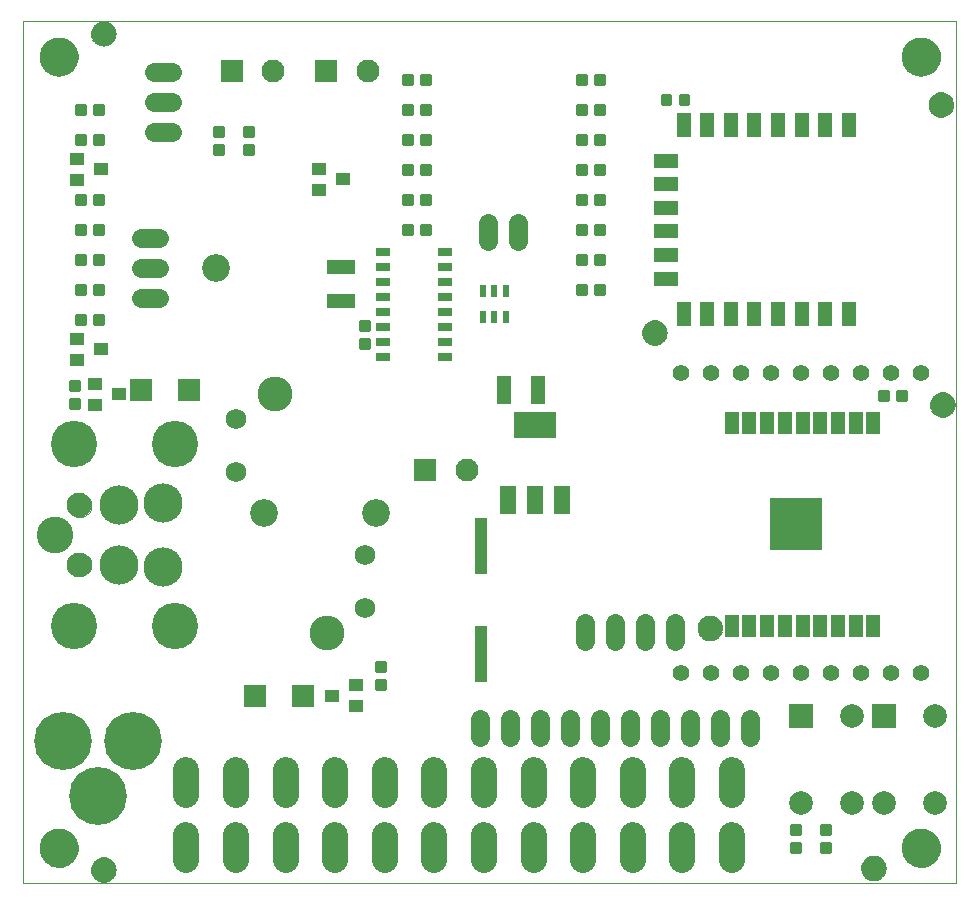
<source format=gts>
G75*
%MOIN*%
%OFA0B0*%
%FSLAX24Y24*%
%IPPOS*%
%LPD*%
%AMOC8*
5,1,8,0,0,1.08239X$1,22.5*
%
%ADD10C,0.0000*%
%ADD11C,0.1300*%
%ADD12R,0.0768X0.0768*%
%ADD13C,0.0768*%
%ADD14C,0.0634*%
%ADD15C,0.0867*%
%ADD16R,0.0540X0.0940*%
%ADD17R,0.1440X0.0890*%
%ADD18R,0.0490X0.0940*%
%ADD19R,0.0434X0.1890*%
%ADD20R,0.0512X0.0276*%
%ADD21C,0.0097*%
%ADD22R,0.0237X0.0434*%
%ADD23R,0.0790X0.0790*%
%ADD24C,0.0790*%
%ADD25C,0.0640*%
%ADD26C,0.1930*%
%ADD27C,0.0926*%
%ADD28C,0.0690*%
%ADD29C,0.1162*%
%ADD30R,0.0749X0.0737*%
%ADD31R,0.0512X0.0827*%
%ADD32R,0.0827X0.0512*%
%ADD33R,0.0940X0.0490*%
%ADD34R,0.0473X0.0768*%
%ADD35R,0.1733X0.1733*%
%ADD36C,0.0050*%
%ADD37R,0.0490X0.0440*%
%ADD38C,0.0555*%
%ADD39C,0.1306*%
%ADD40C,0.1221*%
%ADD41C,0.1542*%
%ADD42C,0.0827*%
D10*
X001306Y002003D02*
X001306Y030743D01*
X032408Y030743D01*
X032408Y002003D01*
X001306Y002003D01*
X001857Y003184D02*
X001859Y003234D01*
X001865Y003284D01*
X001875Y003333D01*
X001889Y003381D01*
X001906Y003428D01*
X001927Y003473D01*
X001952Y003517D01*
X001980Y003558D01*
X002012Y003597D01*
X002046Y003634D01*
X002083Y003668D01*
X002123Y003698D01*
X002165Y003725D01*
X002209Y003749D01*
X002255Y003770D01*
X002302Y003786D01*
X002350Y003799D01*
X002400Y003808D01*
X002449Y003813D01*
X002500Y003814D01*
X002550Y003811D01*
X002599Y003804D01*
X002648Y003793D01*
X002696Y003778D01*
X002742Y003760D01*
X002787Y003738D01*
X002830Y003712D01*
X002871Y003683D01*
X002910Y003651D01*
X002946Y003616D01*
X002978Y003578D01*
X003008Y003538D01*
X003035Y003495D01*
X003058Y003451D01*
X003077Y003405D01*
X003093Y003357D01*
X003105Y003308D01*
X003113Y003259D01*
X003117Y003209D01*
X003117Y003159D01*
X003113Y003109D01*
X003105Y003060D01*
X003093Y003011D01*
X003077Y002963D01*
X003058Y002917D01*
X003035Y002873D01*
X003008Y002830D01*
X002978Y002790D01*
X002946Y002752D01*
X002910Y002717D01*
X002871Y002685D01*
X002830Y002656D01*
X002787Y002630D01*
X002742Y002608D01*
X002696Y002590D01*
X002648Y002575D01*
X002599Y002564D01*
X002550Y002557D01*
X002500Y002554D01*
X002449Y002555D01*
X002400Y002560D01*
X002350Y002569D01*
X002302Y002582D01*
X002255Y002598D01*
X002209Y002619D01*
X002165Y002643D01*
X002123Y002670D01*
X002083Y002700D01*
X002046Y002734D01*
X002012Y002771D01*
X001980Y002810D01*
X001952Y002851D01*
X001927Y002895D01*
X001906Y002940D01*
X001889Y002987D01*
X001875Y003035D01*
X001865Y003084D01*
X001859Y003134D01*
X001857Y003184D01*
X002782Y012633D02*
X002784Y012672D01*
X002790Y012711D01*
X002800Y012749D01*
X002813Y012786D01*
X002830Y012821D01*
X002850Y012855D01*
X002874Y012886D01*
X002901Y012915D01*
X002930Y012941D01*
X002962Y012964D01*
X002996Y012984D01*
X003032Y013000D01*
X003069Y013012D01*
X003108Y013021D01*
X003147Y013026D01*
X003186Y013027D01*
X003225Y013024D01*
X003264Y013017D01*
X003301Y013006D01*
X003338Y012992D01*
X003373Y012974D01*
X003406Y012953D01*
X003437Y012928D01*
X003465Y012901D01*
X003490Y012871D01*
X003512Y012838D01*
X003531Y012804D01*
X003546Y012768D01*
X003558Y012730D01*
X003566Y012692D01*
X003570Y012653D01*
X003570Y012613D01*
X003566Y012574D01*
X003558Y012536D01*
X003546Y012498D01*
X003531Y012462D01*
X003512Y012428D01*
X003490Y012395D01*
X003465Y012365D01*
X003437Y012338D01*
X003406Y012313D01*
X003373Y012292D01*
X003338Y012274D01*
X003301Y012260D01*
X003264Y012249D01*
X003225Y012242D01*
X003186Y012239D01*
X003147Y012240D01*
X003108Y012245D01*
X003069Y012254D01*
X003032Y012266D01*
X002996Y012282D01*
X002962Y012302D01*
X002930Y012325D01*
X002901Y012351D01*
X002874Y012380D01*
X002850Y012411D01*
X002830Y012445D01*
X002813Y012480D01*
X002800Y012517D01*
X002790Y012555D01*
X002784Y012594D01*
X002782Y012633D01*
X002782Y014602D02*
X002784Y014641D01*
X002790Y014680D01*
X002800Y014718D01*
X002813Y014755D01*
X002830Y014790D01*
X002850Y014824D01*
X002874Y014855D01*
X002901Y014884D01*
X002930Y014910D01*
X002962Y014933D01*
X002996Y014953D01*
X003032Y014969D01*
X003069Y014981D01*
X003108Y014990D01*
X003147Y014995D01*
X003186Y014996D01*
X003225Y014993D01*
X003264Y014986D01*
X003301Y014975D01*
X003338Y014961D01*
X003373Y014943D01*
X003406Y014922D01*
X003437Y014897D01*
X003465Y014870D01*
X003490Y014840D01*
X003512Y014807D01*
X003531Y014773D01*
X003546Y014737D01*
X003558Y014699D01*
X003566Y014661D01*
X003570Y014622D01*
X003570Y014582D01*
X003566Y014543D01*
X003558Y014505D01*
X003546Y014467D01*
X003531Y014431D01*
X003512Y014397D01*
X003490Y014364D01*
X003465Y014334D01*
X003437Y014307D01*
X003406Y014282D01*
X003373Y014261D01*
X003338Y014243D01*
X003301Y014229D01*
X003264Y014218D01*
X003225Y014211D01*
X003186Y014208D01*
X003147Y014209D01*
X003108Y014214D01*
X003069Y014223D01*
X003032Y014235D01*
X002996Y014251D01*
X002962Y014271D01*
X002930Y014294D01*
X002901Y014320D01*
X002874Y014349D01*
X002850Y014380D01*
X002830Y014414D01*
X002813Y014449D01*
X002800Y014486D01*
X002790Y014524D01*
X002784Y014563D01*
X002782Y014602D01*
X001857Y029562D02*
X001859Y029612D01*
X001865Y029662D01*
X001875Y029711D01*
X001889Y029759D01*
X001906Y029806D01*
X001927Y029851D01*
X001952Y029895D01*
X001980Y029936D01*
X002012Y029975D01*
X002046Y030012D01*
X002083Y030046D01*
X002123Y030076D01*
X002165Y030103D01*
X002209Y030127D01*
X002255Y030148D01*
X002302Y030164D01*
X002350Y030177D01*
X002400Y030186D01*
X002449Y030191D01*
X002500Y030192D01*
X002550Y030189D01*
X002599Y030182D01*
X002648Y030171D01*
X002696Y030156D01*
X002742Y030138D01*
X002787Y030116D01*
X002830Y030090D01*
X002871Y030061D01*
X002910Y030029D01*
X002946Y029994D01*
X002978Y029956D01*
X003008Y029916D01*
X003035Y029873D01*
X003058Y029829D01*
X003077Y029783D01*
X003093Y029735D01*
X003105Y029686D01*
X003113Y029637D01*
X003117Y029587D01*
X003117Y029537D01*
X003113Y029487D01*
X003105Y029438D01*
X003093Y029389D01*
X003077Y029341D01*
X003058Y029295D01*
X003035Y029251D01*
X003008Y029208D01*
X002978Y029168D01*
X002946Y029130D01*
X002910Y029095D01*
X002871Y029063D01*
X002830Y029034D01*
X002787Y029008D01*
X002742Y028986D01*
X002696Y028968D01*
X002648Y028953D01*
X002599Y028942D01*
X002550Y028935D01*
X002500Y028932D01*
X002449Y028933D01*
X002400Y028938D01*
X002350Y028947D01*
X002302Y028960D01*
X002255Y028976D01*
X002209Y028997D01*
X002165Y029021D01*
X002123Y029048D01*
X002083Y029078D01*
X002046Y029112D01*
X002012Y029149D01*
X001980Y029188D01*
X001952Y029229D01*
X001927Y029273D01*
X001906Y029318D01*
X001889Y029365D01*
X001875Y029413D01*
X001865Y029462D01*
X001859Y029512D01*
X001857Y029562D01*
X030597Y029562D02*
X030599Y029612D01*
X030605Y029662D01*
X030615Y029711D01*
X030629Y029759D01*
X030646Y029806D01*
X030667Y029851D01*
X030692Y029895D01*
X030720Y029936D01*
X030752Y029975D01*
X030786Y030012D01*
X030823Y030046D01*
X030863Y030076D01*
X030905Y030103D01*
X030949Y030127D01*
X030995Y030148D01*
X031042Y030164D01*
X031090Y030177D01*
X031140Y030186D01*
X031189Y030191D01*
X031240Y030192D01*
X031290Y030189D01*
X031339Y030182D01*
X031388Y030171D01*
X031436Y030156D01*
X031482Y030138D01*
X031527Y030116D01*
X031570Y030090D01*
X031611Y030061D01*
X031650Y030029D01*
X031686Y029994D01*
X031718Y029956D01*
X031748Y029916D01*
X031775Y029873D01*
X031798Y029829D01*
X031817Y029783D01*
X031833Y029735D01*
X031845Y029686D01*
X031853Y029637D01*
X031857Y029587D01*
X031857Y029537D01*
X031853Y029487D01*
X031845Y029438D01*
X031833Y029389D01*
X031817Y029341D01*
X031798Y029295D01*
X031775Y029251D01*
X031748Y029208D01*
X031718Y029168D01*
X031686Y029130D01*
X031650Y029095D01*
X031611Y029063D01*
X031570Y029034D01*
X031527Y029008D01*
X031482Y028986D01*
X031436Y028968D01*
X031388Y028953D01*
X031339Y028942D01*
X031290Y028935D01*
X031240Y028932D01*
X031189Y028933D01*
X031140Y028938D01*
X031090Y028947D01*
X031042Y028960D01*
X030995Y028976D01*
X030949Y028997D01*
X030905Y029021D01*
X030863Y029048D01*
X030823Y029078D01*
X030786Y029112D01*
X030752Y029149D01*
X030720Y029188D01*
X030692Y029229D01*
X030667Y029273D01*
X030646Y029318D01*
X030629Y029365D01*
X030615Y029413D01*
X030605Y029462D01*
X030599Y029512D01*
X030597Y029562D01*
X030597Y003184D02*
X030599Y003234D01*
X030605Y003284D01*
X030615Y003333D01*
X030629Y003381D01*
X030646Y003428D01*
X030667Y003473D01*
X030692Y003517D01*
X030720Y003558D01*
X030752Y003597D01*
X030786Y003634D01*
X030823Y003668D01*
X030863Y003698D01*
X030905Y003725D01*
X030949Y003749D01*
X030995Y003770D01*
X031042Y003786D01*
X031090Y003799D01*
X031140Y003808D01*
X031189Y003813D01*
X031240Y003814D01*
X031290Y003811D01*
X031339Y003804D01*
X031388Y003793D01*
X031436Y003778D01*
X031482Y003760D01*
X031527Y003738D01*
X031570Y003712D01*
X031611Y003683D01*
X031650Y003651D01*
X031686Y003616D01*
X031718Y003578D01*
X031748Y003538D01*
X031775Y003495D01*
X031798Y003451D01*
X031817Y003405D01*
X031833Y003357D01*
X031845Y003308D01*
X031853Y003259D01*
X031857Y003209D01*
X031857Y003159D01*
X031853Y003109D01*
X031845Y003060D01*
X031833Y003011D01*
X031817Y002963D01*
X031798Y002917D01*
X031775Y002873D01*
X031748Y002830D01*
X031718Y002790D01*
X031686Y002752D01*
X031650Y002717D01*
X031611Y002685D01*
X031570Y002656D01*
X031527Y002630D01*
X031482Y002608D01*
X031436Y002590D01*
X031388Y002575D01*
X031339Y002564D01*
X031290Y002557D01*
X031240Y002554D01*
X031189Y002555D01*
X031140Y002560D01*
X031090Y002569D01*
X031042Y002582D01*
X030995Y002598D01*
X030949Y002619D01*
X030905Y002643D01*
X030863Y002670D01*
X030823Y002700D01*
X030786Y002734D01*
X030752Y002771D01*
X030720Y002810D01*
X030692Y002851D01*
X030667Y002895D01*
X030646Y002940D01*
X030629Y002987D01*
X030615Y003035D01*
X030605Y003084D01*
X030599Y003134D01*
X030597Y003184D01*
D11*
X031227Y003184D03*
X031227Y029562D03*
X002487Y029562D03*
X002487Y003184D03*
D12*
X014702Y015771D03*
X011408Y029082D03*
X008258Y029082D03*
D13*
X009636Y029082D03*
X012786Y029082D03*
X016080Y015771D03*
D14*
X006259Y027061D02*
X005666Y027061D01*
X005666Y028061D02*
X006259Y028061D01*
X006259Y029061D02*
X005666Y029061D01*
D15*
X006743Y005792D02*
X006743Y004965D01*
X006743Y003626D02*
X006743Y002800D01*
X008396Y002800D02*
X008396Y003626D01*
X008396Y004965D02*
X008396Y005792D01*
X010050Y005792D02*
X010050Y004965D01*
X010050Y003626D02*
X010050Y002800D01*
X011703Y002800D02*
X011703Y003626D01*
X011703Y004965D02*
X011703Y005792D01*
X013357Y005792D02*
X013357Y004965D01*
X013357Y003626D02*
X013357Y002800D01*
X015011Y002800D02*
X015011Y003626D01*
X015011Y004965D02*
X015011Y005792D01*
X016664Y005792D02*
X016664Y004965D01*
X016664Y003626D02*
X016664Y002800D01*
X018318Y002800D02*
X018318Y003626D01*
X018318Y004965D02*
X018318Y005792D01*
X019971Y005792D02*
X019971Y004965D01*
X019971Y003626D02*
X019971Y002800D01*
X021625Y002800D02*
X021625Y003626D01*
X021625Y004965D02*
X021625Y005792D01*
X023278Y005792D02*
X023278Y004965D01*
X023278Y003626D02*
X023278Y002800D01*
X024932Y002800D02*
X024932Y003626D01*
X024932Y004965D02*
X024932Y005792D01*
D16*
X019277Y014775D03*
X018377Y014775D03*
X017477Y014775D03*
D17*
X018377Y017275D03*
D18*
X018462Y018437D03*
X017312Y018437D03*
D19*
X016552Y013245D03*
X016552Y009663D03*
D20*
X015347Y019560D03*
X015347Y020060D03*
X015347Y020560D03*
X015347Y021060D03*
X015347Y021560D03*
X015347Y022060D03*
X015347Y022560D03*
X015347Y023060D03*
X013300Y023060D03*
X013300Y022560D03*
X013300Y022060D03*
X013300Y021560D03*
X013300Y021060D03*
X013300Y020560D03*
X013300Y020060D03*
X013300Y019560D03*
D21*
X012813Y019861D02*
X012813Y020153D01*
X012813Y019861D02*
X012521Y019861D01*
X012521Y020153D01*
X012813Y020153D01*
X012813Y019958D02*
X012521Y019958D01*
X012521Y020055D02*
X012813Y020055D01*
X012813Y020152D02*
X012521Y020152D01*
X012813Y020461D02*
X012813Y020753D01*
X012813Y020461D02*
X012521Y020461D01*
X012521Y020753D01*
X012813Y020753D01*
X012813Y020558D02*
X012521Y020558D01*
X012521Y020655D02*
X012813Y020655D01*
X012813Y020752D02*
X012521Y020752D01*
X013960Y023657D02*
X014252Y023657D01*
X013960Y023657D02*
X013960Y023949D01*
X014252Y023949D01*
X014252Y023657D01*
X014252Y023754D02*
X013960Y023754D01*
X013960Y023851D02*
X014252Y023851D01*
X014252Y023948D02*
X013960Y023948D01*
X014560Y023657D02*
X014852Y023657D01*
X014560Y023657D02*
X014560Y023949D01*
X014852Y023949D01*
X014852Y023657D01*
X014852Y023754D02*
X014560Y023754D01*
X014560Y023851D02*
X014852Y023851D01*
X014852Y023948D02*
X014560Y023948D01*
X014560Y024949D02*
X014852Y024949D01*
X014852Y024657D01*
X014560Y024657D01*
X014560Y024949D01*
X014560Y024754D02*
X014852Y024754D01*
X014852Y024851D02*
X014560Y024851D01*
X014560Y024948D02*
X014852Y024948D01*
X014252Y024949D02*
X013960Y024949D01*
X014252Y024949D02*
X014252Y024657D01*
X013960Y024657D01*
X013960Y024949D01*
X013960Y024754D02*
X014252Y024754D01*
X014252Y024851D02*
X013960Y024851D01*
X013960Y024948D02*
X014252Y024948D01*
X014252Y025657D02*
X013960Y025657D01*
X013960Y025949D01*
X014252Y025949D01*
X014252Y025657D01*
X014252Y025754D02*
X013960Y025754D01*
X013960Y025851D02*
X014252Y025851D01*
X014252Y025948D02*
X013960Y025948D01*
X014560Y025657D02*
X014852Y025657D01*
X014560Y025657D02*
X014560Y025949D01*
X014852Y025949D01*
X014852Y025657D01*
X014852Y025754D02*
X014560Y025754D01*
X014560Y025851D02*
X014852Y025851D01*
X014852Y025948D02*
X014560Y025948D01*
X014560Y026657D02*
X014852Y026657D01*
X014560Y026657D02*
X014560Y026949D01*
X014852Y026949D01*
X014852Y026657D01*
X014852Y026754D02*
X014560Y026754D01*
X014560Y026851D02*
X014852Y026851D01*
X014852Y026948D02*
X014560Y026948D01*
X014252Y026657D02*
X013960Y026657D01*
X013960Y026949D01*
X014252Y026949D01*
X014252Y026657D01*
X014252Y026754D02*
X013960Y026754D01*
X013960Y026851D02*
X014252Y026851D01*
X014252Y026948D02*
X013960Y026948D01*
X013960Y027949D02*
X014252Y027949D01*
X014252Y027657D01*
X013960Y027657D01*
X013960Y027949D01*
X013960Y027754D02*
X014252Y027754D01*
X014252Y027851D02*
X013960Y027851D01*
X013960Y027948D02*
X014252Y027948D01*
X014560Y027949D02*
X014852Y027949D01*
X014852Y027657D01*
X014560Y027657D01*
X014560Y027949D01*
X014560Y027754D02*
X014852Y027754D01*
X014852Y027851D02*
X014560Y027851D01*
X014560Y027948D02*
X014852Y027948D01*
X014852Y028657D02*
X014560Y028657D01*
X014560Y028949D01*
X014852Y028949D01*
X014852Y028657D01*
X014852Y028754D02*
X014560Y028754D01*
X014560Y028851D02*
X014852Y028851D01*
X014852Y028948D02*
X014560Y028948D01*
X014252Y028657D02*
X013960Y028657D01*
X013960Y028949D01*
X014252Y028949D01*
X014252Y028657D01*
X014252Y028754D02*
X013960Y028754D01*
X013960Y028851D02*
X014252Y028851D01*
X014252Y028948D02*
X013960Y028948D01*
X008660Y027209D02*
X008660Y026917D01*
X008660Y027209D02*
X008952Y027209D01*
X008952Y026917D01*
X008660Y026917D01*
X008660Y027014D02*
X008952Y027014D01*
X008952Y027111D02*
X008660Y027111D01*
X008660Y027208D02*
X008952Y027208D01*
X008660Y026609D02*
X008660Y026317D01*
X008660Y026609D02*
X008952Y026609D01*
X008952Y026317D01*
X008660Y026317D01*
X008660Y026414D02*
X008952Y026414D01*
X008952Y026511D02*
X008660Y026511D01*
X008660Y026608D02*
X008952Y026608D01*
X007952Y026609D02*
X007952Y026317D01*
X007660Y026317D01*
X007660Y026609D01*
X007952Y026609D01*
X007952Y026414D02*
X007660Y026414D01*
X007660Y026511D02*
X007952Y026511D01*
X007952Y026608D02*
X007660Y026608D01*
X007952Y026917D02*
X007952Y027209D01*
X007952Y026917D02*
X007660Y026917D01*
X007660Y027209D01*
X007952Y027209D01*
X007952Y027014D02*
X007660Y027014D01*
X007660Y027111D02*
X007952Y027111D01*
X007952Y027208D02*
X007660Y027208D01*
X003952Y026657D02*
X003660Y026657D01*
X003660Y026949D01*
X003952Y026949D01*
X003952Y026657D01*
X003952Y026754D02*
X003660Y026754D01*
X003660Y026851D02*
X003952Y026851D01*
X003952Y026948D02*
X003660Y026948D01*
X003352Y026657D02*
X003060Y026657D01*
X003060Y026949D01*
X003352Y026949D01*
X003352Y026657D01*
X003352Y026754D02*
X003060Y026754D01*
X003060Y026851D02*
X003352Y026851D01*
X003352Y026948D02*
X003060Y026948D01*
X003060Y027657D02*
X003352Y027657D01*
X003060Y027657D02*
X003060Y027949D01*
X003352Y027949D01*
X003352Y027657D01*
X003352Y027754D02*
X003060Y027754D01*
X003060Y027851D02*
X003352Y027851D01*
X003352Y027948D02*
X003060Y027948D01*
X003660Y027657D02*
X003952Y027657D01*
X003660Y027657D02*
X003660Y027949D01*
X003952Y027949D01*
X003952Y027657D01*
X003952Y027754D02*
X003660Y027754D01*
X003660Y027851D02*
X003952Y027851D01*
X003952Y027948D02*
X003660Y027948D01*
X003660Y024657D02*
X003952Y024657D01*
X003660Y024657D02*
X003660Y024949D01*
X003952Y024949D01*
X003952Y024657D01*
X003952Y024754D02*
X003660Y024754D01*
X003660Y024851D02*
X003952Y024851D01*
X003952Y024948D02*
X003660Y024948D01*
X003352Y024657D02*
X003060Y024657D01*
X003060Y024949D01*
X003352Y024949D01*
X003352Y024657D01*
X003352Y024754D02*
X003060Y024754D01*
X003060Y024851D02*
X003352Y024851D01*
X003352Y024948D02*
X003060Y024948D01*
X003060Y023657D02*
X003352Y023657D01*
X003060Y023657D02*
X003060Y023949D01*
X003352Y023949D01*
X003352Y023657D01*
X003352Y023754D02*
X003060Y023754D01*
X003060Y023851D02*
X003352Y023851D01*
X003352Y023948D02*
X003060Y023948D01*
X003660Y023657D02*
X003952Y023657D01*
X003660Y023657D02*
X003660Y023949D01*
X003952Y023949D01*
X003952Y023657D01*
X003952Y023754D02*
X003660Y023754D01*
X003660Y023851D02*
X003952Y023851D01*
X003952Y023948D02*
X003660Y023948D01*
X003660Y022657D02*
X003952Y022657D01*
X003660Y022657D02*
X003660Y022949D01*
X003952Y022949D01*
X003952Y022657D01*
X003952Y022754D02*
X003660Y022754D01*
X003660Y022851D02*
X003952Y022851D01*
X003952Y022948D02*
X003660Y022948D01*
X003352Y022657D02*
X003060Y022657D01*
X003060Y022949D01*
X003352Y022949D01*
X003352Y022657D01*
X003352Y022754D02*
X003060Y022754D01*
X003060Y022851D02*
X003352Y022851D01*
X003352Y022948D02*
X003060Y022948D01*
X003060Y021657D02*
X003352Y021657D01*
X003060Y021657D02*
X003060Y021949D01*
X003352Y021949D01*
X003352Y021657D01*
X003352Y021754D02*
X003060Y021754D01*
X003060Y021851D02*
X003352Y021851D01*
X003352Y021948D02*
X003060Y021948D01*
X003660Y021657D02*
X003952Y021657D01*
X003660Y021657D02*
X003660Y021949D01*
X003952Y021949D01*
X003952Y021657D01*
X003952Y021754D02*
X003660Y021754D01*
X003660Y021851D02*
X003952Y021851D01*
X003952Y021948D02*
X003660Y021948D01*
X003660Y020657D02*
X003952Y020657D01*
X003660Y020657D02*
X003660Y020949D01*
X003952Y020949D01*
X003952Y020657D01*
X003952Y020754D02*
X003660Y020754D01*
X003660Y020851D02*
X003952Y020851D01*
X003952Y020948D02*
X003660Y020948D01*
X003352Y020657D02*
X003060Y020657D01*
X003060Y020949D01*
X003352Y020949D01*
X003352Y020657D01*
X003352Y020754D02*
X003060Y020754D01*
X003060Y020851D02*
X003352Y020851D01*
X003352Y020948D02*
X003060Y020948D01*
X002860Y018749D02*
X002860Y018457D01*
X002860Y018749D02*
X003152Y018749D01*
X003152Y018457D01*
X002860Y018457D01*
X002860Y018554D02*
X003152Y018554D01*
X003152Y018651D02*
X002860Y018651D01*
X002860Y018748D02*
X003152Y018748D01*
X002860Y018149D02*
X002860Y017857D01*
X002860Y018149D02*
X003152Y018149D01*
X003152Y017857D01*
X002860Y017857D01*
X002860Y017954D02*
X003152Y017954D01*
X003152Y018051D02*
X002860Y018051D01*
X002860Y018148D02*
X003152Y018148D01*
X013362Y009369D02*
X013362Y009077D01*
X013070Y009077D01*
X013070Y009369D01*
X013362Y009369D01*
X013362Y009174D02*
X013070Y009174D01*
X013070Y009271D02*
X013362Y009271D01*
X013362Y009368D02*
X013070Y009368D01*
X013362Y008769D02*
X013362Y008477D01*
X013070Y008477D01*
X013070Y008769D01*
X013362Y008769D01*
X013362Y008574D02*
X013070Y008574D01*
X013070Y008671D02*
X013362Y008671D01*
X013362Y008768D02*
X013070Y008768D01*
X019760Y021657D02*
X020052Y021657D01*
X019760Y021657D02*
X019760Y021949D01*
X020052Y021949D01*
X020052Y021657D01*
X020052Y021754D02*
X019760Y021754D01*
X019760Y021851D02*
X020052Y021851D01*
X020052Y021948D02*
X019760Y021948D01*
X020360Y021657D02*
X020652Y021657D01*
X020360Y021657D02*
X020360Y021949D01*
X020652Y021949D01*
X020652Y021657D01*
X020652Y021754D02*
X020360Y021754D01*
X020360Y021851D02*
X020652Y021851D01*
X020652Y021948D02*
X020360Y021948D01*
X020360Y022657D02*
X020652Y022657D01*
X020360Y022657D02*
X020360Y022949D01*
X020652Y022949D01*
X020652Y022657D01*
X020652Y022754D02*
X020360Y022754D01*
X020360Y022851D02*
X020652Y022851D01*
X020652Y022948D02*
X020360Y022948D01*
X020052Y022657D02*
X019760Y022657D01*
X019760Y022949D01*
X020052Y022949D01*
X020052Y022657D01*
X020052Y022754D02*
X019760Y022754D01*
X019760Y022851D02*
X020052Y022851D01*
X020052Y022948D02*
X019760Y022948D01*
X019760Y023949D02*
X020052Y023949D01*
X020052Y023657D01*
X019760Y023657D01*
X019760Y023949D01*
X019760Y023754D02*
X020052Y023754D01*
X020052Y023851D02*
X019760Y023851D01*
X019760Y023948D02*
X020052Y023948D01*
X020360Y023949D02*
X020652Y023949D01*
X020652Y023657D01*
X020360Y023657D01*
X020360Y023949D01*
X020360Y023754D02*
X020652Y023754D01*
X020652Y023851D02*
X020360Y023851D01*
X020360Y023948D02*
X020652Y023948D01*
X020652Y024949D02*
X020360Y024949D01*
X020652Y024949D02*
X020652Y024657D01*
X020360Y024657D01*
X020360Y024949D01*
X020360Y024754D02*
X020652Y024754D01*
X020652Y024851D02*
X020360Y024851D01*
X020360Y024948D02*
X020652Y024948D01*
X020052Y024949D02*
X019760Y024949D01*
X020052Y024949D02*
X020052Y024657D01*
X019760Y024657D01*
X019760Y024949D01*
X019760Y024754D02*
X020052Y024754D01*
X020052Y024851D02*
X019760Y024851D01*
X019760Y024948D02*
X020052Y024948D01*
X020052Y025949D02*
X019760Y025949D01*
X020052Y025949D02*
X020052Y025657D01*
X019760Y025657D01*
X019760Y025949D01*
X019760Y025754D02*
X020052Y025754D01*
X020052Y025851D02*
X019760Y025851D01*
X019760Y025948D02*
X020052Y025948D01*
X020360Y025949D02*
X020652Y025949D01*
X020652Y025657D01*
X020360Y025657D01*
X020360Y025949D01*
X020360Y025754D02*
X020652Y025754D01*
X020652Y025851D02*
X020360Y025851D01*
X020360Y025948D02*
X020652Y025948D01*
X020652Y026657D02*
X020360Y026657D01*
X020360Y026949D01*
X020652Y026949D01*
X020652Y026657D01*
X020652Y026754D02*
X020360Y026754D01*
X020360Y026851D02*
X020652Y026851D01*
X020652Y026948D02*
X020360Y026948D01*
X020052Y026657D02*
X019760Y026657D01*
X019760Y026949D01*
X020052Y026949D01*
X020052Y026657D01*
X020052Y026754D02*
X019760Y026754D01*
X019760Y026851D02*
X020052Y026851D01*
X020052Y026948D02*
X019760Y026948D01*
X019760Y027657D02*
X020052Y027657D01*
X019760Y027657D02*
X019760Y027949D01*
X020052Y027949D01*
X020052Y027657D01*
X020052Y027754D02*
X019760Y027754D01*
X019760Y027851D02*
X020052Y027851D01*
X020052Y027948D02*
X019760Y027948D01*
X020360Y027657D02*
X020652Y027657D01*
X020360Y027657D02*
X020360Y027949D01*
X020652Y027949D01*
X020652Y027657D01*
X020652Y027754D02*
X020360Y027754D01*
X020360Y027851D02*
X020652Y027851D01*
X020652Y027948D02*
X020360Y027948D01*
X020360Y028657D02*
X020652Y028657D01*
X020360Y028657D02*
X020360Y028949D01*
X020652Y028949D01*
X020652Y028657D01*
X020652Y028754D02*
X020360Y028754D01*
X020360Y028851D02*
X020652Y028851D01*
X020652Y028948D02*
X020360Y028948D01*
X020052Y028657D02*
X019760Y028657D01*
X019760Y028949D01*
X020052Y028949D01*
X020052Y028657D01*
X020052Y028754D02*
X019760Y028754D01*
X019760Y028851D02*
X020052Y028851D01*
X020052Y028948D02*
X019760Y028948D01*
X022579Y028289D02*
X022871Y028289D01*
X022871Y027997D01*
X022579Y027997D01*
X022579Y028289D01*
X022579Y028094D02*
X022871Y028094D01*
X022871Y028191D02*
X022579Y028191D01*
X022579Y028288D02*
X022871Y028288D01*
X023179Y028289D02*
X023471Y028289D01*
X023471Y027997D01*
X023179Y027997D01*
X023179Y028289D01*
X023179Y028094D02*
X023471Y028094D01*
X023471Y028191D02*
X023179Y028191D01*
X023179Y028288D02*
X023471Y028288D01*
X029826Y018126D02*
X030118Y018126D01*
X029826Y018126D02*
X029826Y018418D01*
X030118Y018418D01*
X030118Y018126D01*
X030118Y018223D02*
X029826Y018223D01*
X029826Y018320D02*
X030118Y018320D01*
X030118Y018417D02*
X029826Y018417D01*
X030426Y018126D02*
X030718Y018126D01*
X030426Y018126D02*
X030426Y018418D01*
X030718Y018418D01*
X030718Y018126D01*
X030718Y018223D02*
X030426Y018223D01*
X030426Y018320D02*
X030718Y018320D01*
X030718Y018417D02*
X030426Y018417D01*
X027910Y003949D02*
X027910Y003657D01*
X027910Y003949D02*
X028202Y003949D01*
X028202Y003657D01*
X027910Y003657D01*
X027910Y003754D02*
X028202Y003754D01*
X028202Y003851D02*
X027910Y003851D01*
X027910Y003948D02*
X028202Y003948D01*
X027910Y003349D02*
X027910Y003057D01*
X027910Y003349D02*
X028202Y003349D01*
X028202Y003057D01*
X027910Y003057D01*
X027910Y003154D02*
X028202Y003154D01*
X028202Y003251D02*
X027910Y003251D01*
X027910Y003348D02*
X028202Y003348D01*
X027202Y003349D02*
X027202Y003057D01*
X026910Y003057D01*
X026910Y003349D01*
X027202Y003349D01*
X027202Y003154D02*
X026910Y003154D01*
X026910Y003251D02*
X027202Y003251D01*
X027202Y003348D02*
X026910Y003348D01*
X027202Y003657D02*
X027202Y003949D01*
X027202Y003657D02*
X026910Y003657D01*
X026910Y003949D01*
X027202Y003949D01*
X027202Y003754D02*
X026910Y003754D01*
X026910Y003851D02*
X027202Y003851D01*
X027202Y003948D02*
X026910Y003948D01*
D22*
X017383Y020877D03*
X017009Y020877D03*
X016635Y020877D03*
X016635Y021743D03*
X017009Y021743D03*
X017383Y021743D03*
D23*
X027228Y007587D03*
X029984Y007587D03*
D24*
X028928Y007587D03*
X031684Y007587D03*
X031684Y004687D03*
X029984Y004687D03*
X028928Y004687D03*
X027228Y004687D03*
D25*
X025536Y006893D02*
X025536Y007493D01*
X024536Y007493D02*
X024536Y006893D01*
X023536Y006893D02*
X023536Y007493D01*
X022536Y007493D02*
X022536Y006893D01*
X021536Y006893D02*
X021536Y007493D01*
X020536Y007493D02*
X020536Y006893D01*
X019536Y006893D02*
X019536Y007493D01*
X018536Y007493D02*
X018536Y006893D01*
X017536Y006893D02*
X017536Y007493D01*
X016536Y007493D02*
X016536Y006893D01*
X020036Y010093D02*
X020036Y010693D01*
X021036Y010693D02*
X021036Y010093D01*
X022036Y010093D02*
X022036Y010693D01*
X023036Y010693D02*
X023036Y010093D01*
X017806Y023432D02*
X017806Y024032D01*
X016806Y024032D02*
X016806Y023432D01*
X005844Y023513D02*
X005244Y023513D01*
X005244Y022513D02*
X005844Y022513D01*
X005844Y021513D02*
X005244Y021513D01*
D26*
X004964Y006767D03*
X003782Y004917D03*
X002641Y006767D03*
D27*
X009329Y014341D03*
X013070Y014341D03*
X007725Y022513D03*
D28*
X008404Y017491D03*
X008404Y015719D03*
X012696Y012963D03*
X012696Y011192D03*
D29*
X011416Y010365D03*
X009684Y018318D03*
D30*
X006844Y018456D03*
X005236Y018456D03*
X009022Y008253D03*
X010630Y008253D03*
D31*
X023314Y020979D03*
X024101Y020979D03*
X024889Y020979D03*
X025676Y020979D03*
X026464Y020979D03*
X027251Y020979D03*
X028038Y020979D03*
X028826Y020979D03*
X028826Y027278D03*
X028038Y027278D03*
X027251Y027278D03*
X026464Y027278D03*
X025676Y027278D03*
X024889Y027278D03*
X024101Y027278D03*
X023314Y027278D03*
D32*
X022731Y026097D03*
X022731Y025310D03*
X022731Y024522D03*
X022731Y023735D03*
X022731Y022947D03*
X022731Y022160D03*
D33*
X011886Y022559D03*
X011886Y021409D03*
D34*
X024919Y017348D03*
X025509Y017348D03*
X026100Y017348D03*
X026690Y017348D03*
X027281Y017348D03*
X027871Y017348D03*
X028462Y017348D03*
X029053Y017348D03*
X029643Y017348D03*
X029643Y010596D03*
X029053Y010596D03*
X028462Y010596D03*
X027871Y010596D03*
X027281Y010596D03*
X026690Y010596D03*
X026100Y010596D03*
X025509Y010596D03*
X024919Y010596D03*
D35*
X027056Y013972D03*
D36*
X024459Y010805D02*
X024403Y010844D01*
X024341Y010873D01*
X024274Y010891D01*
X024206Y010897D01*
X024138Y010891D01*
X024071Y010873D01*
X024009Y010844D01*
X023953Y010805D01*
X023905Y010756D01*
X023865Y010700D01*
X023836Y010638D01*
X023818Y010572D01*
X023812Y010503D01*
X023818Y010435D01*
X023836Y010369D01*
X023865Y010306D01*
X023905Y010250D01*
X023953Y010202D01*
X024009Y010162D01*
X024071Y010133D01*
X024138Y010116D01*
X024206Y010110D01*
X024274Y010116D01*
X024341Y010133D01*
X024403Y010162D01*
X024459Y010202D01*
X024508Y010250D01*
X024547Y010306D01*
X024576Y010369D01*
X024594Y010435D01*
X024600Y010503D01*
X024594Y010572D01*
X024576Y010638D01*
X024547Y010700D01*
X024508Y010756D01*
X024459Y010805D01*
X024482Y010782D02*
X023930Y010782D01*
X023888Y010733D02*
X024524Y010733D01*
X024554Y010685D02*
X023858Y010685D01*
X023836Y010636D02*
X024576Y010636D01*
X024589Y010588D02*
X023823Y010588D01*
X023816Y010539D02*
X024597Y010539D01*
X024599Y010491D02*
X023813Y010491D01*
X023818Y010442D02*
X024594Y010442D01*
X024583Y010394D02*
X023829Y010394D01*
X023847Y010345D02*
X024565Y010345D01*
X024540Y010297D02*
X023872Y010297D01*
X023906Y010248D02*
X024506Y010248D01*
X024457Y010200D02*
X023956Y010200D01*
X024033Y010151D02*
X024379Y010151D01*
X024423Y010830D02*
X023989Y010830D01*
X024092Y010879D02*
X024320Y010879D01*
X031615Y017756D02*
X031586Y017819D01*
X031568Y017885D01*
X031562Y017953D01*
X031568Y018022D01*
X031586Y018088D01*
X031615Y018150D01*
X031655Y018206D01*
X031703Y018255D01*
X031759Y018294D01*
X031821Y018323D01*
X031888Y018341D01*
X031956Y018347D01*
X032024Y018341D01*
X032091Y018323D01*
X032153Y018294D01*
X032209Y018255D01*
X032258Y018206D01*
X032297Y018150D01*
X032326Y018088D01*
X032344Y018022D01*
X032350Y017953D01*
X032344Y017885D01*
X032326Y017819D01*
X032297Y017756D01*
X032258Y017700D01*
X032209Y017652D01*
X032153Y017612D01*
X032091Y017583D01*
X032024Y017566D01*
X031956Y017560D01*
X031888Y017566D01*
X031821Y017583D01*
X031759Y017612D01*
X031703Y017652D01*
X031655Y017700D01*
X031615Y017756D01*
X031611Y017766D02*
X032301Y017766D01*
X032324Y017814D02*
X031588Y017814D01*
X031574Y017863D02*
X032338Y017863D01*
X032346Y017911D02*
X031566Y017911D01*
X031563Y017960D02*
X032349Y017960D01*
X032345Y018008D02*
X031567Y018008D01*
X031578Y018057D02*
X032334Y018057D01*
X032318Y018105D02*
X031594Y018105D01*
X031618Y018154D02*
X032294Y018154D01*
X032260Y018202D02*
X031652Y018202D01*
X031699Y018251D02*
X032213Y018251D01*
X032142Y018299D02*
X031770Y018299D01*
X031643Y017717D02*
X032270Y017717D01*
X032226Y017669D02*
X031686Y017669D01*
X031748Y017620D02*
X032164Y017620D01*
X032048Y017572D02*
X031864Y017572D01*
X022726Y020219D02*
X022744Y020285D01*
X022750Y020353D01*
X022744Y020422D01*
X022726Y020488D01*
X022697Y020550D01*
X022658Y020606D01*
X022609Y020655D01*
X022553Y020694D01*
X022491Y020723D01*
X022424Y020741D01*
X022356Y020747D01*
X022288Y020741D01*
X022221Y020723D01*
X022159Y020694D01*
X022103Y020655D01*
X022055Y020606D01*
X022015Y020550D01*
X021986Y020488D01*
X021968Y020422D01*
X021962Y020353D01*
X021968Y020285D01*
X021986Y020219D01*
X022015Y020156D01*
X022055Y020100D01*
X022103Y020052D01*
X022159Y020012D01*
X022221Y019983D01*
X022288Y019966D01*
X022356Y019960D01*
X022424Y019966D01*
X022491Y019983D01*
X022553Y020012D01*
X022609Y020052D01*
X022658Y020100D01*
X022697Y020156D01*
X022726Y020219D01*
X022732Y020239D02*
X021981Y020239D01*
X021968Y020288D02*
X022744Y020288D01*
X022748Y020336D02*
X021964Y020336D01*
X021965Y020385D02*
X022747Y020385D01*
X022741Y020433D02*
X021972Y020433D01*
X021985Y020482D02*
X022728Y020482D01*
X022706Y020530D02*
X022006Y020530D01*
X022035Y020579D02*
X022677Y020579D01*
X022637Y020627D02*
X022076Y020627D01*
X022133Y020676D02*
X022579Y020676D01*
X022487Y020724D02*
X022226Y020724D01*
X021999Y020191D02*
X022713Y020191D01*
X022687Y020142D02*
X022025Y020142D01*
X022061Y020094D02*
X022651Y020094D01*
X022600Y020045D02*
X022112Y020045D01*
X022192Y019997D02*
X022520Y019997D01*
X031605Y027700D02*
X031653Y027652D01*
X031709Y027612D01*
X031771Y027583D01*
X031838Y027566D01*
X031906Y027560D01*
X031974Y027566D01*
X032041Y027583D01*
X032103Y027612D01*
X032159Y027652D01*
X032208Y027700D01*
X032247Y027756D01*
X032276Y027819D01*
X032294Y027885D01*
X032300Y027953D01*
X032294Y028022D01*
X032276Y028088D01*
X032247Y028150D01*
X032208Y028206D01*
X032159Y028255D01*
X032103Y028294D01*
X032041Y028323D01*
X031974Y028341D01*
X031906Y028347D01*
X031838Y028341D01*
X031771Y028323D01*
X031709Y028294D01*
X031653Y028255D01*
X031605Y028206D01*
X031565Y028150D01*
X031536Y028088D01*
X031518Y028022D01*
X031512Y027953D01*
X031518Y027885D01*
X031536Y027819D01*
X031565Y027756D01*
X031605Y027700D01*
X031599Y027708D02*
X032213Y027708D01*
X032247Y027757D02*
X031565Y027757D01*
X031542Y027805D02*
X032270Y027805D01*
X032286Y027854D02*
X031527Y027854D01*
X031517Y027902D02*
X032295Y027902D01*
X032300Y027951D02*
X031513Y027951D01*
X031516Y027999D02*
X032296Y027999D01*
X032287Y028048D02*
X031525Y028048D01*
X031540Y028096D02*
X032272Y028096D01*
X032249Y028145D02*
X031563Y028145D01*
X031595Y028193D02*
X032217Y028193D01*
X032172Y028242D02*
X031640Y028242D01*
X031704Y028290D02*
X032108Y028290D01*
X031982Y028339D02*
X031830Y028339D01*
X031645Y027660D02*
X032167Y027660D01*
X032101Y027611D02*
X031711Y027611D01*
X031868Y027563D02*
X031944Y027563D01*
X029724Y002891D02*
X029656Y002897D01*
X029588Y002891D01*
X029521Y002873D01*
X029459Y002844D01*
X029403Y002805D01*
X029355Y002756D01*
X029315Y002700D01*
X029286Y002638D01*
X029268Y002572D01*
X029262Y002503D01*
X029268Y002435D01*
X029286Y002369D01*
X029315Y002306D01*
X029355Y002250D01*
X029403Y002202D01*
X029459Y002162D01*
X029521Y002133D01*
X029588Y002116D01*
X029656Y002110D01*
X029724Y002116D01*
X029791Y002133D01*
X029853Y002162D01*
X029909Y002202D01*
X029958Y002250D01*
X029997Y002306D01*
X030026Y002369D01*
X030044Y002435D01*
X030050Y002503D01*
X030044Y002572D01*
X030026Y002638D01*
X029997Y002700D01*
X029958Y002756D01*
X029909Y002805D01*
X029853Y002844D01*
X029791Y002873D01*
X029724Y002891D01*
X029779Y002876D02*
X029533Y002876D01*
X029436Y002828D02*
X029876Y002828D01*
X029935Y002779D02*
X029377Y002779D01*
X029337Y002731D02*
X029976Y002731D01*
X030005Y002682D02*
X029307Y002682D01*
X029285Y002634D02*
X030027Y002634D01*
X030040Y002585D02*
X029272Y002585D01*
X029265Y002537D02*
X030047Y002537D01*
X030048Y002488D02*
X029264Y002488D01*
X029268Y002440D02*
X030044Y002440D01*
X030032Y002391D02*
X029280Y002391D01*
X029298Y002343D02*
X030014Y002343D01*
X029989Y002294D02*
X029324Y002294D01*
X029359Y002246D02*
X029953Y002246D01*
X029903Y002197D02*
X029409Y002197D01*
X029488Y002149D02*
X029824Y002149D01*
X004380Y002453D02*
X004374Y002522D01*
X004356Y002588D01*
X004327Y002650D01*
X004288Y002706D01*
X004239Y002755D01*
X004183Y002794D01*
X004121Y002823D01*
X004054Y002841D01*
X003986Y002847D01*
X003918Y002841D01*
X003851Y002823D01*
X003789Y002794D01*
X003733Y002755D01*
X003685Y002706D01*
X003645Y002650D01*
X003616Y002588D01*
X003598Y002522D01*
X003592Y002453D01*
X003598Y002385D01*
X003616Y002319D01*
X003645Y002256D01*
X003685Y002200D01*
X003733Y002152D01*
X003789Y002112D01*
X003851Y002083D01*
X003918Y002066D01*
X003986Y002060D01*
X004054Y002066D01*
X004121Y002083D01*
X004183Y002112D01*
X004239Y002152D01*
X004288Y002200D01*
X004327Y002256D01*
X004356Y002319D01*
X004374Y002385D01*
X004380Y002453D01*
X004379Y002440D02*
X003594Y002440D01*
X003595Y002488D02*
X004377Y002488D01*
X004370Y002537D02*
X003602Y002537D01*
X003615Y002585D02*
X004357Y002585D01*
X004335Y002634D02*
X003638Y002634D01*
X003668Y002682D02*
X004305Y002682D01*
X004263Y002731D02*
X003709Y002731D01*
X003768Y002779D02*
X004204Y002779D01*
X004104Y002828D02*
X003868Y002828D01*
X003598Y002391D02*
X004374Y002391D01*
X004363Y002343D02*
X003610Y002343D01*
X003627Y002294D02*
X004345Y002294D01*
X004320Y002246D02*
X003653Y002246D01*
X003687Y002197D02*
X004285Y002197D01*
X004235Y002149D02*
X003737Y002149D01*
X003815Y002100D02*
X004157Y002100D01*
X003986Y029930D02*
X004054Y029936D01*
X004121Y029953D01*
X004183Y029982D01*
X004239Y030022D01*
X004288Y030070D01*
X004327Y030126D01*
X004356Y030189D01*
X004374Y030255D01*
X004380Y030323D01*
X004374Y030392D01*
X004356Y030458D01*
X004327Y030520D01*
X004288Y030576D01*
X004239Y030625D01*
X004183Y030664D01*
X004121Y030693D01*
X004054Y030711D01*
X003986Y030717D01*
X003918Y030711D01*
X003851Y030693D01*
X003789Y030664D01*
X003733Y030625D01*
X003685Y030576D01*
X003645Y030520D01*
X003616Y030458D01*
X003598Y030392D01*
X003592Y030323D01*
X003598Y030255D01*
X003616Y030189D01*
X003645Y030126D01*
X003685Y030070D01*
X003733Y030022D01*
X003789Y029982D01*
X003851Y029953D01*
X003918Y029936D01*
X003986Y029930D01*
X003903Y029939D02*
X004069Y029939D01*
X004191Y029988D02*
X003781Y029988D01*
X003718Y030036D02*
X004254Y030036D01*
X004298Y030085D02*
X003674Y030085D01*
X003642Y030133D02*
X004330Y030133D01*
X004353Y030182D02*
X003619Y030182D01*
X003605Y030230D02*
X004367Y030230D01*
X004376Y030279D02*
X003596Y030279D01*
X003593Y030327D02*
X004379Y030327D01*
X004375Y030376D02*
X003597Y030376D01*
X003607Y030424D02*
X004365Y030424D01*
X004349Y030473D02*
X003623Y030473D01*
X003646Y030521D02*
X004326Y030521D01*
X004292Y030570D02*
X003680Y030570D01*
X003727Y030618D02*
X004246Y030618D01*
X004177Y030667D02*
X003795Y030667D01*
X003968Y030715D02*
X004004Y030715D01*
D37*
X003106Y026153D03*
X003106Y025453D03*
X003906Y025803D03*
X003106Y020153D03*
X003106Y019453D03*
X003906Y019803D03*
X003706Y018653D03*
X004506Y018303D03*
X003706Y017953D03*
X011159Y025132D03*
X011159Y025832D03*
X011959Y025482D03*
X012406Y008603D03*
X012406Y007903D03*
X011606Y008253D03*
D38*
X023213Y009027D03*
X024213Y009027D03*
X025213Y009027D03*
X026213Y009027D03*
X027213Y009027D03*
X028213Y009027D03*
X029213Y009027D03*
X030213Y009027D03*
X031213Y009027D03*
X031213Y019027D03*
X030213Y019027D03*
X029213Y019027D03*
X028213Y019027D03*
X027213Y019027D03*
X026213Y019027D03*
X025213Y019027D03*
X024213Y019027D03*
X023213Y019027D03*
D39*
X005971Y014700D03*
X004495Y014602D03*
X004495Y012633D03*
X005971Y012535D03*
D40*
X002369Y013618D03*
D41*
X002999Y016649D03*
X006345Y016649D03*
X006345Y010586D03*
X002999Y010586D03*
D42*
X003176Y012633D03*
X003176Y014602D03*
M02*

</source>
